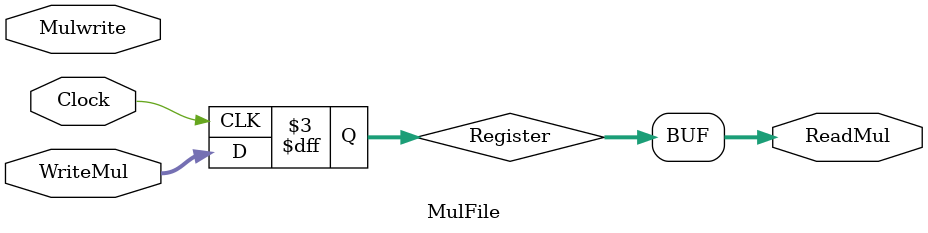
<source format=v>
`timescale 1ns / 1ps


module MulFile(
     
        input wire[47:0] WriteMul,
        input wire Mulwrite,
        input wire Clock,
        output wire[47:0] ReadMul
    );
    
    reg[47:0] Register;
    initial
    begin
    Register <= 47'd0;
    end
   
     always @(posedge Clock)
     begin
     Register <= WriteMul;
     end
     
     assign ReadMul = Register;
      
endmodule
</source>
